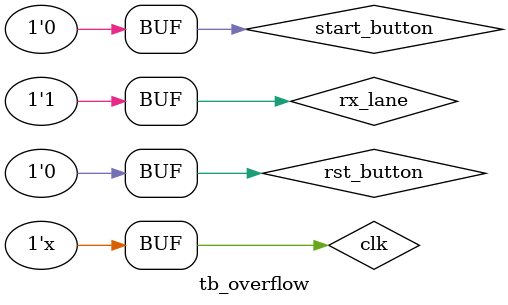
<source format=v>
`timescale 1ns / 1ps

module tb_overflow ;

   reg clk = 1'b0 ;
   always #5 clk = ~ clk ;

   reg rst_button = 1'b0 ;
   reg start_button = 1'b0 ;

   reg rx_lane = 1'b1 ;


   MPPC_dark_counter_UART DUT (

      .clk          (          clk ),
      .rst_button   ( reset_button ),
      .start_button ( start_button ),
      .RxD          (      rx_lane )

      ) ;


   initial begin

      #1000 rx_lane = 1'b0 ;
      #2000 rx_lane = 1'b1 ;

   end


endmodule


</source>
